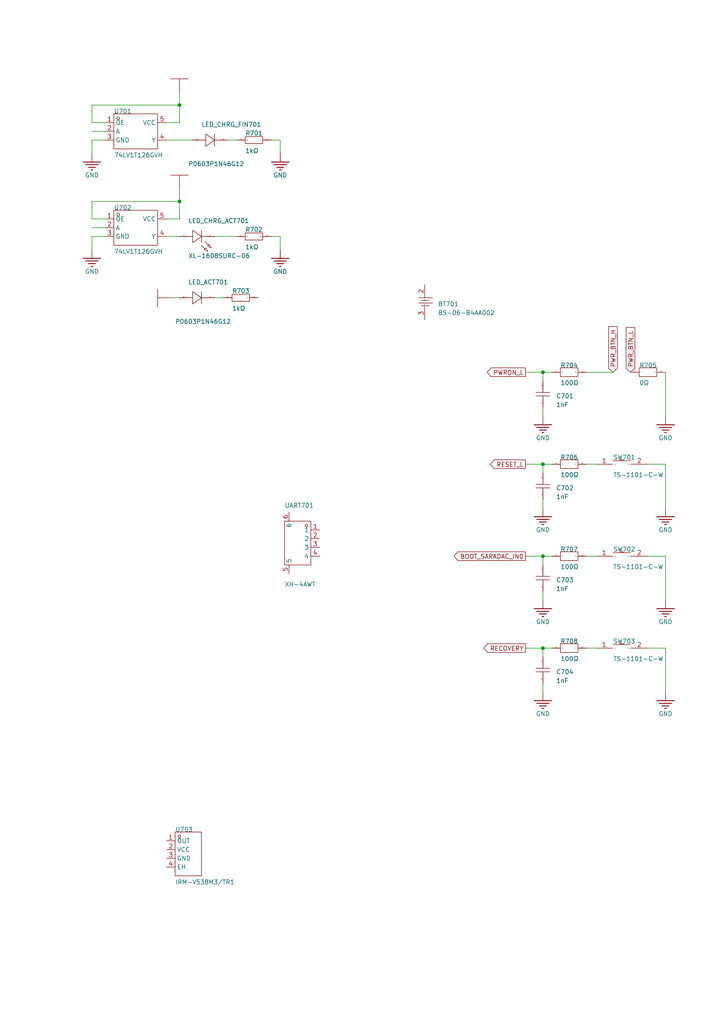
<source format=kicad_sch>
(kicad_sch (version 20250114) (generator "eeschema") (generator_version "9.0")
  (paper "A4" portrait)
  (lib_symbols
    (symbol "mainboard:0603WAF1001T5E"
      (property "Reference" "R" (at 0 0 0))
      (symbol "0603WAF1001T5E_1_0"
        (rectangle (start -2.54 -1.016) (end 2.54 1.016))
        (pin input line (at -5.08 0 0) (length 2.54) (name "1") (number "1"))
        (pin input line (at 5.08 0 180) (length 2.54) (name "2") (number "2"))
      )
    )
    (symbol "mainboard:74LV1T126GVH"
      (property "Reference" "U" (at 0 0 0))
      (symbol "74LV1T126GVH_1_0"
        (rectangle (start -6.35 -5.08) (end 6.35 5.08))
        (circle (center -5.08 3.81) (radius 0.381))
        (pin input line (at -8.89 2.54 0) (length 2.54) (name "OE") (number "1"))
        (pin input line (at -8.89 0 0) (length 2.54) (name "A") (number "2"))
        (pin input line (at -8.89 -2.54 0) (length 2.54) (name "GND") (number "3"))
        (pin input line (at 8.89 2.54 180) (length 2.54) (name "VCC") (number "5"))
        (pin input line (at 8.89 -2.54 180) (length 2.54) (name "Y") (number "4"))
      )
    )
    (symbol "mainboard:BS-06-B4AA002"
      (property "Reference" "BT" (at 0 0 0))
      (symbol "BS-06-B4AA002_1_0"
        (polyline (pts (xy -1.27 2.286) (xy -1.27 -1.778)))
        (polyline (pts (xy -0.508 1.27) (xy -0.508 -1.016)))
        (polyline (pts (xy 0.254 2.286) (xy 0.254 -1.778)))
        (polyline (pts (xy 1.016 1.27) (xy 1.016 -1.016)))
        (pin input line (at -5.08 0 0) (length 3.81) (name "2") (number "2"))
        (pin input line (at 5.08 0 180) (length 3.81) (name "3") (number "3"))
      )
    )
    (symbol "mainboard:CC0603KRX7R9BB102"
      (property "Reference" "C" (at 0 0 0))
      (symbol "CC0603KRX7R9BB102_1_0"
        (polyline (pts (xy -1.27 0) (xy -0.508 0)))
        (polyline (pts (xy -0.508 2.032) (xy -0.508 -2.032)))
        (polyline (pts (xy 0.508 2.032) (xy 0.508 -2.032)))
        (polyline (pts (xy 0.508 0) (xy 1.27 0)))
        (pin input line (at -3.81 0 0) (length 2.54) (name "1") (number "1"))
        (pin input line (at 3.81 0 180) (length 2.54) (name "2") (number "2"))
      )
    )
    (symbol "mainboard:FRC0603F0000TS"
      (property "Reference" "R" (at 0 0 0))
      (symbol "FRC0603F0000TS_1_0"
        (rectangle (start -2.54 -1.27) (end 2.54 1.27))
        (pin unspecified line (at -5.08 0 0) (length 2.54) (name "1") (number "1"))
        (pin unspecified line (at 5.08 0 180) (length 2.54) (name "2") (number "2"))
      )
    )
    (symbol "mainboard:FRC0603J101 TS"
      (property "Reference" "R" (at 0 0 0))
      (symbol "FRC0603J101 TS_1_0"
        (rectangle (start -2.54 -1.27) (end 2.54 1.27))
        (pin unspecified line (at -5.08 0 0) (length 2.54) (name "1") (number "1"))
        (pin unspecified line (at 5.08 0 180) (length 2.54) (name "2") (number "2"))
      )
    )
    (symbol "mainboard:Ground-GND" (power) (pin_numbers (hide yes)) (pin_names (hide yes))
      (property "Value" "GND" (at 0 -6.35 0))
      (symbol "Ground-GND_1_0"
        (polyline (pts (xy -2.54 -2.54) (xy 2.54 -2.54)) (stroke (width 0.254)))
        (polyline (pts (xy -1.778 -3.302) (xy 1.778 -3.302)) (stroke (width 0.254)))
        (polyline (pts (xy -1.016 -4.064) (xy 1.016 -4.064)) (stroke (width 0.254)))
        (polyline (pts (xy -0.254 -4.826) (xy 0.254 -4.826)) (stroke (width 0.254)))
        (pin power_in line (at 0 0 270) (length 2.54) (name "") (number "1"))
      )
    )
    (symbol "mainboard:IRM-V538M3/TR1"
      (property "Reference" "U" (at 0 0 0))
      (symbol "IRM-V538M3/TR1_1_0"
        (rectangle (start -3.81 -6.35) (end 3.81 6.35))
        (circle (center -2.54 5.08) (radius 0.381))
        (pin unspecified line (at -6.35 3.81 0) (length 2.54) (name "OUT") (number "1"))
        (pin unspecified line (at -6.35 1.27 0) (length 2.54) (name "VCC") (number "2"))
        (pin unspecified line (at -6.35 -1.27 0) (length 2.54) (name "GND") (number "3"))
        (pin unspecified line (at -6.35 -3.81 0) (length 2.54) (name "EH") (number "4"))
      )
    )
    (symbol "mainboard:P0603P1N46G12"
      (property "Reference" "U" (at 0 0 0))
      (symbol "P0603P1N46G12_1_0"
        (polyline (pts (xy -1.27 1.778) (xy -1.27 -1.778)))
        (polyline (pts (xy -1.27 0) (xy -2.54 0)))
        (polyline (pts (xy 1.27 1.778) (xy -1.27 0) (xy -1.27 0) (xy 1.27 -1.778) (xy 1.27 -1.778) (xy 1.27 1.778)))
        (polyline (pts (xy 2.54 0) (xy 1.27 0)))
        (pin unspecified line (at -5.08 0 0) (length 2.54) (name "K") (number "1"))
        (pin unspecified line (at 5.08 0 180) (length 2.54) (name "A") (number "2"))
      )
    )
    (symbol "mainboard:Power-5V" (power) (pin_numbers (hide yes)) (pin_names (hide yes))
      (symbol "Power-5V_1_0"
        (polyline (pts (xy -2.54 3.81) (xy 2.54 3.81)))
        (polyline (pts (xy 0 3.81) (xy 0 1.27)))
        (pin power_in line (at 0 0 90) (length 1.27) (name "+3.3V") (number "1"))
      )
    )
    (symbol "mainboard:TS-1101-C-W"
      (property "Reference" "SW" (at 0 0 0))
      (symbol "TS-1101-C-W_1_0"
        (polyline (pts (xy -2.54 1.016) (xy 2.54 1.016)))
        (polyline (pts (xy -0.508 1.016) (xy -0.508 1.27) (xy -0.508 1.27) (xy 0.508 1.27) (xy 0.508 1.27) (xy 0.508 1.016)))
        (pin unspecified line (at -7.62 0 0) (length 5.08) (name "1") (number "1"))
        (pin unspecified line (at 7.62 0 180) (length 5.08) (name "2") (number "2"))
      )
    )
    (symbol "mainboard:XH-4AWT"
      (property "Reference" "CN" (at 0 0 0))
      (symbol "XH-4AWT_1_0"
        (rectangle (start -2.54 -6.35) (end 5.08 6.35))
        (circle (center -1.27 5.08) (radius 0.381))
        (pin unspecified line (at -5.08 3.81 0) (length 2.54) (name "1") (number "1"))
        (pin unspecified line (at -5.08 1.27 0) (length 2.54) (name "2") (number "2"))
        (pin unspecified line (at -5.08 -1.27 0) (length 2.54) (name "3") (number "3"))
        (pin unspecified line (at -5.08 -3.81 0) (length 2.54) (name "4") (number "4"))
        (pin unspecified line (at 3.81 8.89 270) (length 2.54) (name "6") (number "6"))
        (pin unspecified line (at 3.81 -8.89 90) (length 2.54) (name "5") (number "5"))
      )
    )
    (symbol "mainboard:XL-1608SURC-06"
      (property "Reference" "LED" (at 0 0 0))
      (symbol "XL-1608SURC-06_1_0"
        (polyline (pts (xy -4.064 3.302) (xy -3.048 2.794) (xy -3.048 2.794) (xy -3.556 2.286) (xy -3.556 2.286) (xy -4.064 3.302)))
        (polyline (pts (xy -3.048 4.318) (xy -2.032 3.81) (xy -2.032 3.81) (xy -2.54 3.302) (xy -2.54 3.302) (xy -3.048 4.318)))
        (polyline (pts (xy -2.286 1.524) (xy -3.302 2.54)))
        (polyline (pts (xy -1.27 2.54) (xy -2.286 3.556)))
        (polyline (pts (xy -1.27 1.778) (xy -1.27 -1.778)))
        (polyline (pts (xy -1.27 0) (xy -2.54 0)))
        (polyline (pts (xy 1.27 1.778) (xy -1.27 0) (xy -1.27 0) (xy 1.27 -1.778) (xy 1.27 -1.778) (xy 1.27 1.778)))
        (polyline (pts (xy 2.54 0) (xy 1.27 0)))
        (pin unspecified line (at -5.08 0 0) (length 2.54) (name "K") (number "1"))
        (pin unspecified line (at 5.08 0 180) (length 2.54) (name "A") (number "2"))
      )
    )
  )
  (junction (at 157.48 134.62))
  (junction (at 157.48 187.96))
  (junction (at 157.48 107.95))
  (junction (at 157.48 161.29))
  (junction (at 52.07 58.42))
  (junction (at 52.07 30.48))
  (wire (pts (xy 62.23 68.58) (xy 68.58 68.58)))
  (wire (pts (xy 26.67 44.45) (xy 26.67 40.64)))
  (wire (pts (xy 193.04 173.99) (xy 193.04 161.29)))
  (wire (pts (xy 157.48 134.62) (xy 160.02 134.62)))
  (wire (pts (xy 52.07 30.48) (xy 52.07 26.67)))
  (wire (pts (xy 170.18 187.96) (xy 172.72 187.96)))
  (wire (pts (xy 26.67 35.56) (xy 26.67 30.48)))
  (wire (pts (xy 48.26 40.64) (xy 55.88 40.64)))
  (wire (pts (xy 30.48 38.1) (xy 26.67 38.1)))
  (wire (pts (xy 66.04 40.64) (xy 68.58 40.64)))
  (wire (pts (xy 52.07 58.42) (xy 52.07 54.61)))
  (wire (pts (xy 157.48 187.96) (xy 152.4 187.96)))
  (wire (pts (xy 157.48 200.66) (xy 157.48 198.12)))
  (wire (pts (xy 81.28 68.58) (xy 78.74 68.58)))
  (wire (pts (xy 49.53 86.36) (xy 52.07 86.36)))
  (wire (pts (xy 26.67 30.48) (xy 52.07 30.48)))
  (wire (pts (xy 170.18 134.62) (xy 172.72 134.62)))
  (wire (pts (xy 48.26 35.56) (xy 52.07 35.56)))
  (wire (pts (xy 157.48 161.29) (xy 157.48 163.83)))
  (wire (pts (xy 157.48 187.96) (xy 160.02 187.96)))
  (wire (pts (xy 62.23 86.36) (xy 64.77 86.36)))
  (wire (pts (xy 26.67 58.42) (xy 52.07 58.42)))
  (wire (pts (xy 193.04 147.32) (xy 193.04 134.62)))
  (wire (pts (xy 26.67 72.39) (xy 26.67 68.58)))
  (wire (pts (xy 81.28 44.45) (xy 81.28 40.64)))
  (wire (pts (xy 157.48 173.99) (xy 157.48 171.45)))
  (wire (pts (xy 52.07 35.56) (xy 52.07 30.48)))
  (wire (pts (xy 157.48 134.62) (xy 152.4 134.62)))
  (wire (pts (xy 48.26 63.5) (xy 52.07 63.5)))
  (wire (pts (xy 157.48 187.96) (xy 157.48 190.5)))
  (wire (pts (xy 157.48 147.32) (xy 157.48 144.78)))
  (wire (pts (xy 81.28 72.39) (xy 81.28 68.58)))
  (wire (pts (xy 170.18 107.95) (xy 177.8 107.95)))
  (wire (pts (xy 30.48 63.5) (xy 26.67 63.5)))
  (wire (pts (xy 193.04 161.29) (xy 187.96 161.29)))
  (wire (pts (xy 26.67 40.64) (xy 30.48 40.64)))
  (wire (pts (xy 193.04 107.95) (xy 193.04 120.65)))
  (wire (pts (xy 157.48 118.11) (xy 157.48 120.65)))
  (wire (pts (xy 48.26 68.58) (xy 52.07 68.58)))
  (wire (pts (xy 152.4 107.95) (xy 157.48 107.95)))
  (wire (pts (xy 26.67 63.5) (xy 26.67 58.42)))
  (wire (pts (xy 81.28 40.64) (xy 78.74 40.64)))
  (wire (pts (xy 52.07 63.5) (xy 52.07 58.42)))
  (wire (pts (xy 160.02 107.95) (xy 157.48 107.95)))
  (wire (pts (xy 26.67 68.58) (xy 30.48 68.58)))
  (wire (pts (xy 30.48 66.04) (xy 26.67 66.04)))
  (wire (pts (xy 157.48 110.49) (xy 157.48 107.95)))
  (wire (pts (xy 157.48 161.29) (xy 160.02 161.29)))
  (wire (pts (xy 193.04 187.96) (xy 187.96 187.96)))
  (wire (pts (xy 157.48 134.62) (xy 157.48 137.16)))
  (wire (pts (xy 170.18 161.29) (xy 172.72 161.29)))
  (wire (pts (xy 193.04 200.66) (xy 193.04 187.96)))
  (wire (pts (xy 30.48 35.56) (xy 26.67 35.56)))
  (wire (pts (xy 157.48 161.29) (xy 152.4 161.29)))
  (wire (pts (xy 193.04 134.62) (xy 187.96 134.62)))
  (global_label "PWRON_L" (shape output) (at 152.4 107.95 180) (property "Intersheetrefs" "${INTERSHEET_REFS}" (effects (hide yes))))
  (global_label "RECOVERY" (shape output) (at 152.4 187.96 180) (property "Intersheetrefs" "${INTERSHEET_REFS}" (effects (hide yes))))
  (global_label "BOOT_SARADAC_IN0" (shape output) (at 152.4 161.29 180) (property "Intersheetrefs" "${INTERSHEET_REFS}" (effects (hide yes))))
  (global_label "PWR_BTN_H" (shape input) (at 177.8 107.95 90) (property "Intersheetrefs" "${INTERSHEET_REFS}" (effects (hide yes))))
  (global_label "RESET_L" (shape output) (at 152.4 134.62 180) (property "Intersheetrefs" "${INTERSHEET_REFS}" (effects (hide yes))))
  (global_label "PWR_BTN_L" (shape input) (at 182.88 107.95 90) (property "Intersheetrefs" "${INTERSHEET_REFS}" (effects (hide yes))))
  (symbol (lib_id "mainboard:Ground-GND") (at 193.04 147.32 0) (unit 1)
    (property "Reference" "#PWR0711" (effects (hide yes)))
    (property "Value" "GND" (at 193.04 153.67 0))
    (property "Footprint" "mainboard:" (effects (hide yes)))
  )
  (symbol (lib_id "mainboard:0603WAF1001T5E") (at 69.85 86.36 0) (unit 1)
    (property "Reference" "R703" (at 67.31 85.09 0) (effects (justify left bottom)))
    (property "Value" "1kΩ" (at 67.31 90.17 0) (effects (justify left bottom)))
    (property "Footprint" "mainboard:R0603" (effects (hide yes)))
    (property "Datasheet" "https://atta.szlcsc.com/upload/public/pdf/source/20200306/C422600_1E6D84923E4A46A82E41ADD87F860B5C.pdf" (effects (hide yes)))
    (property "Description" "Type:Thick Film Resistors Resistance:1kΩ Tolerance:±1% Tolerance:±1% Power(Watts): Overload Voltage (Max): Temperature Coefficient:±100ppm/°C Temperature Coefficient:±100ppm/°C Operating Temperature Range:-55°C~+155°C Operating Temperature Range:-55°C~+155°C" (effects (hide yes)))
    (property "Manufacturer Part" "0603WAF1001T5E" (effects (hide yes)))
    (property "Manufacturer" "UNI-ROYAL(厚声)" (effects (hide yes)))
    (property "Supplier Part" "C21190" (effects (hide yes)))
    (property "Supplier" "LCSC" (effects (hide yes)))
    (property "LCSC Part Name" "1kΩ ±1% 100mW 厚膜电阻" (effects (hide yes)))
  )
  (symbol (lib_id "mainboard:Ground-GND") (at 81.28 44.45 0) (unit 1)
    (property "Reference" "#PWR0703" (effects (hide yes)))
    (property "Value" "GND" (at 81.28 50.8 0))
    (property "Footprint" "mainboard:" (effects (hide yes)))
  )
  (symbol (lib_id "mainboard:Power-5V") (at 52.07 26.67 0) (unit 1)
    (property "Reference" "#PWR0701" (effects (hide yes)))
    (property "Value" "+3.3V" (effects (hide yes)))
    (property "Footprint" "mainboard:" (effects (hide yes)))
    (property "Description" "Power-5V" (effects (hide yes)))
  )
  (symbol (lib_id "mainboard:74LV1T126GVH") (at 39.37 66.04 0) (unit 1)
    (property "Reference" "U702" (at 33.02 60.96 0) (effects (justify left bottom)))
    (property "Value" "74LV1T126GVH" (at 33.02 73.66 0) (effects (justify left bottom)))
    (property "Footprint" "mainboard:SOT-23-5_L2.9-W1.5-P0.95-LS2.8-BL" (effects (hide yes)))
    (property "Datasheet" "https://atta.szlcsc.com/upload/public/pdf/source/20200702/C547941_8CB058D502516A5F81353E9A4BAE8C4C.pdf" (effects (hide yes)))
    (property "Description" "Input type:- output type:Tri-State Supply Voltage:1.6V~5.5V Supply Voltage:1.6V~5.5V Number of Elements:1 Number of Bits per Element:1 Sink Current:8mA Source Current:8mA Logic Family:74LV Operating Temperature:-40°C~+125°C Operating Temperature:-40°C~+125°C" (effects (hide yes)))
    (property "Manufacturer Part" "74LV1T126GVH" (effects (hide yes)))
    (property "Manufacturer" "Nexperia(安世)" (effects (hide yes)))
    (property "Supplier Part" "C547940" (effects (hide yes)))
    (property "Supplier" "LCSC" (effects (hide yes)))
    (property "LCSC Part Name" "74LV1T126GVH" (effects (hide yes)))
  )
  (symbol (lib_id "mainboard:CC0603KRX7R9BB102") (at 157.48 167.64 90) (unit 1)
    (property "Reference" "C703" (at 161.29 168.91 90) (effects (justify right top)))
    (property "Value" "1nF" (at 161.29 171.45 90) (effects (justify right top)))
    (property "Footprint" "mainboard:C0603" (effects (hide yes)))
    (property "Datasheet" "https://atta.szlcsc.com/upload/public/pdf/source/20180910/C282072_33301C7F631E79921B82A8DAC6BCC5B3.pdf" (effects (hide yes)))
    (property "Description" "Capacitance: Tolerance:±10% Tolerance:±10% Voltage Rated: Temperature Coefficient:" (effects (hide yes)))
    (property "Manufacturer Part" "CC0603KRX7R9BB102" (effects (hide yes)))
    (property "Manufacturer" "YAGEO(国巨)" (effects (hide yes)))
    (property "Supplier Part" "C100040" (effects (hide yes)))
    (property "Supplier" "LCSC" (effects (hide yes)))
    (property "LCSC Part Name" "1nF ±10% 50V" (effects (hide yes)))
  )
  (symbol (lib_id "mainboard:Ground-GND") (at 157.48 120.65 0) (unit 1)
    (property "Reference" "#PWR0708" (effects (hide yes)))
    (property "Value" "GND" (at 157.48 127 0))
    (property "Footprint" "mainboard:" (effects (hide yes)))
  )
  (symbol (lib_id "mainboard:CC0603KRX7R9BB102") (at 157.48 140.97 90) (unit 1)
    (property "Reference" "C702" (at 161.29 142.24 90) (effects (justify right top)))
    (property "Value" "1nF" (at 161.29 144.78 90) (effects (justify right top)))
    (property "Footprint" "mainboard:C0603" (effects (hide yes)))
    (property "Datasheet" "https://atta.szlcsc.com/upload/public/pdf/source/20180910/C282072_33301C7F631E79921B82A8DAC6BCC5B3.pdf" (effects (hide yes)))
    (property "Description" "Capacitance: Tolerance:±10% Tolerance:±10% Voltage Rated: Temperature Coefficient:" (effects (hide yes)))
    (property "Manufacturer Part" "CC0603KRX7R9BB102" (effects (hide yes)))
    (property "Manufacturer" "YAGEO(国巨)" (effects (hide yes)))
    (property "Supplier Part" "C100040" (effects (hide yes)))
    (property "Supplier" "LCSC" (effects (hide yes)))
    (property "LCSC Part Name" "1nF ±10% 50V" (effects (hide yes)))
  )
  (symbol (lib_id "mainboard:Ground-GND") (at 193.04 200.66 0) (unit 1)
    (property "Reference" "#PWR0715" (effects (hide yes)))
    (property "Value" "GND" (at 193.04 207.01 0))
    (property "Footprint" "mainboard:" (effects (hide yes)))
  )
  (symbol (lib_id "mainboard:0603WAF1001T5E") (at 73.66 68.58 0) (unit 1)
    (property "Reference" "R702" (at 71.12 67.31 0) (effects (justify left bottom)))
    (property "Value" "1kΩ" (at 71.12 72.39 0) (effects (justify left bottom)))
    (property "Footprint" "mainboard:R0603" (effects (hide yes)))
    (property "Datasheet" "https://atta.szlcsc.com/upload/public/pdf/source/20200306/C422600_1E6D84923E4A46A82E41ADD87F860B5C.pdf" (effects (hide yes)))
    (property "Description" "Type:Thick Film Resistors Resistance:1kΩ Tolerance:±1% Tolerance:±1% Power(Watts): Overload Voltage (Max): Temperature Coefficient:±100ppm/°C Temperature Coefficient:±100ppm/°C Operating Temperature Range:-55°C~+155°C Operating Temperature Range:-55°C~+155°C" (effects (hide yes)))
    (property "Manufacturer Part" "0603WAF1001T5E" (effects (hide yes)))
    (property "Manufacturer" "UNI-ROYAL(厚声)" (effects (hide yes)))
    (property "Supplier Part" "C21190" (effects (hide yes)))
    (property "Supplier" "LCSC" (effects (hide yes)))
    (property "LCSC Part Name" "1kΩ ±1% 100mW 厚膜电阻" (effects (hide yes)))
  )
  (symbol (lib_id "mainboard:P0603P1N46G12") (at 60.96 40.64 180) (unit 1)
    (property "Reference" "LED_CHRG_FIN701" (at 58.42 36.83 0) (effects (justify right top)))
    (property "Value" "P0603P1N46G12" (at 54.61 48.26 0) (effects (justify right top)))
    (property "Footprint" "mainboard:D0603-RD" (effects (hide yes)))
    (property "Datasheet" "https://atta.szlcsc.com/upload/public/pdf/source/20220818/F5EDE7735F5C4D4CCE2220EF87B08993.pdf" (effects (hide yes)))
    (property "Description" "Emitted Color:Green" (effects (hide yes)))
    (property "Manufacturer Part" "P0603P1N46G12" (effects (hide yes)))
    (property "Manufacturer" "Silverlight(银月光)" (effects (hide yes)))
    (property "Supplier Part" "C5123548" (effects (hide yes)))
    (property "Supplier" "LCSC" (effects (hide yes)))
    (property "LCSC Part Name" "P0603P1N46G12" (effects (hide yes)))
  )
  (symbol (lib_id "mainboard:Ground-GND") (at 26.67 44.45 0) (unit 1)
    (property "Reference" "#PWR0702" (effects (hide yes)))
    (property "Value" "GND" (at 26.67 50.8 0))
    (property "Footprint" "mainboard:" (effects (hide yes)))
  )
  (symbol (lib_id "mainboard:Power-5V") (at 49.53 86.36 90) (unit 1)
    (property "Reference" "#PWR0707" (effects (hide yes)))
    (property "Value" "+3.3V" (effects (hide yes)))
    (property "Footprint" "mainboard:" (effects (hide yes)))
    (property "Description" "Power-5V" (effects (hide yes)))
  )
  (symbol (lib_id "mainboard:P0603P1N46G12") (at 57.15 86.36 180) (unit 1)
    (property "Reference" "LED_ACT701" (at 54.61 82.55 0) (effects (justify right top)))
    (property "Value" "P0603P1N46G12" (at 50.8 93.98 0) (effects (justify right top)))
    (property "Footprint" "mainboard:D0603-RD" (effects (hide yes)))
    (property "Datasheet" "https://atta.szlcsc.com/upload/public/pdf/source/20220818/F5EDE7735F5C4D4CCE2220EF87B08993.pdf" (effects (hide yes)))
    (property "Description" "Emitted Color:Green" (effects (hide yes)))
    (property "Manufacturer Part" "P0603P1N46G12" (effects (hide yes)))
    (property "Manufacturer" "Silverlight(银月光)" (effects (hide yes)))
    (property "Supplier Part" "C5123548" (effects (hide yes)))
    (property "Supplier" "LCSC" (effects (hide yes)))
    (property "LCSC Part Name" "P0603P1N46G12" (effects (hide yes)))
  )
  (symbol (lib_id "mainboard:TS-1101-C-W") (at 180.34 134.62 0) (unit 1)
    (property "Reference" "SW701" (at 177.8 133.35 0) (effects (justify left bottom)))
    (property "Value" "TS-1101-C-W" (at 177.8 138.43 0) (effects (justify left bottom)))
    (property "Footprint" "mainboard:SW-SMD_L6.0-W3.3-LS8.0" (effects (hide yes)))
    (property "Datasheet" "https://atta.szlcsc.com/upload/public/pdf/source/20200227/C318938_C2E53B1EEDE37D980A33616AC086DE53.pdf" (effects (hide yes)))
    (property "Description" "Circuit:SPST Actuator Style:Rectangle button Operating Force:260gf Mounting Style:Brick nogging Switch Length:6mm Switch Width:3.6mm Switch Height:2.5mm Strike Gundam:不带 Contact Current:50mA Voltage Rating (AC):- Voltage Rating (DC):12V Power Rating:- Ins" (effects (hide yes)))
    (property "Manufacturer Part" "TS-1101-C-W" (effects (hide yes)))
    (property "Manufacturer" "XKB Connectivity(中国星坤)" (effects (hide yes)))
    (property "Supplier Part" "C318938" (effects (hide yes)))
    (property "Supplier" "LCSC" (effects (hide yes)))
    (property "LCSC Part Name" "6*3.6*2.5mm 立贴 轻触开关" (effects (hide yes)))
  )
  (symbol (lib_id "mainboard:TS-1101-C-W") (at 180.34 187.96 0) (unit 1)
    (property "Reference" "SW703" (at 177.8 186.69 0) (effects (justify left bottom)))
    (property "Value" "TS-1101-C-W" (at 177.8 191.77 0) (effects (justify left bottom)))
    (property "Footprint" "mainboard:SW-SMD_L6.0-W3.3-LS8.0" (effects (hide yes)))
    (property "Datasheet" "https://atta.szlcsc.com/upload/public/pdf/source/20200227/C318938_C2E53B1EEDE37D980A33616AC086DE53.pdf" (effects (hide yes)))
    (property "Description" "Circuit:SPST Actuator Style:Rectangle button Operating Force:260gf Mounting Style:Brick nogging Switch Length:6mm Switch Width:3.6mm Switch Height:2.5mm Strike Gundam:不带 Contact Current:50mA Voltage Rating (AC):- Voltage Rating (DC):12V Power Rating:- Ins" (effects (hide yes)))
    (property "Manufacturer Part" "TS-1101-C-W" (effects (hide yes)))
    (property "Manufacturer" "XKB Connectivity(中国星坤)" (effects (hide yes)))
    (property "Supplier Part" "C318938" (effects (hide yes)))
    (property "Supplier" "LCSC" (effects (hide yes)))
    (property "LCSC Part Name" "6*3.6*2.5mm 立贴 轻触开关" (effects (hide yes)))
  )
  (symbol (lib_id "mainboard:FRC0603J101 TS") (at 165.1 134.62 0) (unit 1)
    (property "Reference" "R706" (at 162.56 133.35 0) (effects (justify left bottom)))
    (property "Value" "100Ω" (at 162.56 138.43 0) (effects (justify left bottom)))
    (property "Footprint" "mainboard:R0603" (effects (hide yes)))
    (property "Datasheet" "https://atta.szlcsc.com/upload/public/pdf/source/20211221/925EC7D7225764EE0046F22065062C87.pdf" (effects (hide yes)))
    (property "Description" "Type:Thick Film Resistors Resistance: Tolerance:±5% Tolerance:±5% Power(Watts): Overload Voltage (Max): Temperature Coefficient:±100ppm/°C Temperature Coefficient:±100ppm/°C Operating Temperature Range:-55°C~+155°C Operating Temperature Range:-55°C~+155°C" (effects (hide yes)))
    (property "Manufacturer Part" "FRC0603J101 TS" (effects (hide yes)))
    (property "Manufacturer" "FOJAN(富捷)" (effects (hide yes)))
    (property "Supplier Part" "C2907089" (effects (hide yes)))
    (property "Supplier" "LCSC" (effects (hide yes)))
    (property "LCSC Part Name" "100Ω ±5% 100mW 厚膜电阻" (effects (hide yes)))
  )
  (symbol (lib_id "mainboard:Ground-GND") (at 193.04 120.65 0) (unit 1)
    (property "Reference" "#PWR0709" (effects (hide yes)))
    (property "Value" "GND" (at 193.04 127 0))
    (property "Footprint" "mainboard:" (effects (hide yes)))
  )
  (symbol (lib_id "mainboard:Ground-GND") (at 81.28 72.39 0) (unit 1)
    (property "Reference" "#PWR0706" (effects (hide yes)))
    (property "Value" "GND" (at 81.28 78.74 0))
    (property "Footprint" "mainboard:" (effects (hide yes)))
  )
  (symbol (lib_id "mainboard:CC0603KRX7R9BB102") (at 157.48 114.3 90) (unit 1)
    (property "Reference" "C701" (at 161.29 115.57 90) (effects (justify right top)))
    (property "Value" "1nF" (at 161.29 118.11 90) (effects (justify right top)))
    (property "Footprint" "mainboard:C0603" (effects (hide yes)))
    (property "Datasheet" "https://atta.szlcsc.com/upload/public/pdf/source/20180910/C282072_33301C7F631E79921B82A8DAC6BCC5B3.pdf" (effects (hide yes)))
    (property "Description" "Capacitance: Tolerance:±10% Tolerance:±10% Voltage Rated: Temperature Coefficient:" (effects (hide yes)))
    (property "Manufacturer Part" "CC0603KRX7R9BB102" (effects (hide yes)))
    (property "Manufacturer" "YAGEO(国巨)" (effects (hide yes)))
    (property "Supplier Part" "C100040" (effects (hide yes)))
    (property "Supplier" "LCSC" (effects (hide yes)))
    (property "LCSC Part Name" "1nF ±10% 50V" (effects (hide yes)))
  )
  (symbol (lib_id "mainboard:Ground-GND") (at 157.48 173.99 0) (unit 1)
    (property "Reference" "#PWR0712" (effects (hide yes)))
    (property "Value" "GND" (at 157.48 180.34 0))
    (property "Footprint" "mainboard:" (effects (hide yes)))
  )
  (symbol (lib_id "mainboard:XL-1608SURC-06") (at 57.15 68.58 180) (unit 1)
    (property "Reference" "LED_CHRG_ACT701" (at 54.61 64.77 0) (effects (justify right top)))
    (property "Value" "XL-1608SURC-06" (at 54.61 74.93 0) (effects (justify right top)))
    (property "Footprint" "mainboard:LED0603-RD_RED" (effects (hide yes)))
    (property "Datasheet" "https://atta.szlcsc.com/upload/public/pdf/source/20221102/D860AFDD1CDB02C5A8064103A32707E2.pdf" (effects (hide yes)))
    (property "Description" "Emitted Color:Red Power Dissipation:55mW Forward Current:25mA Dominant Wavelength:617nm~621nm Dominant Wavelength:617nm~621nm Peak Wavelength:623nm Lens Color:无色透明透镜 Color Temperature:- Color Temperature:- Viewing Angle:120° Mounting Sytle:Positive post O" (effects (hide yes)))
    (property "Manufacturer Part" "XL-1608SURC-06" (effects (hide yes)))
    (property "Manufacturer" "XINGLIGHT(成兴光)" (effects (hide yes)))
    (property "Supplier Part" "C965799" (effects (hide yes)))
    (property "Supplier" "LCSC" (effects (hide yes)))
    (property "LCSC Part Name" "XL-1608SURC-06" (effects (hide yes)))
  )
  (symbol (lib_id "mainboard:74LV1T126GVH") (at 39.37 38.1 0) (unit 1)
    (property "Reference" "U701" (at 33.02 33.02 0) (effects (justify left bottom)))
    (property "Value" "74LV1T126GVH" (at 33.02 45.72 0) (effects (justify left bottom)))
    (property "Footprint" "mainboard:SOT-23-5_L2.9-W1.5-P0.95-LS2.8-BL" (effects (hide yes)))
    (property "Datasheet" "https://atta.szlcsc.com/upload/public/pdf/source/20200702/C547941_8CB058D502516A5F81353E9A4BAE8C4C.pdf" (effects (hide yes)))
    (property "Description" "Input type:- output type:Tri-State Supply Voltage:1.6V~5.5V Supply Voltage:1.6V~5.5V Number of Elements:1 Number of Bits per Element:1 Sink Current:8mA Source Current:8mA Logic Family:74LV Operating Temperature:-40°C~+125°C Operating Temperature:-40°C~+125°C" (effects (hide yes)))
    (property "Manufacturer Part" "74LV1T126GVH" (effects (hide yes)))
    (property "Manufacturer" "Nexperia(安世)" (effects (hide yes)))
    (property "Supplier Part" "C547940" (effects (hide yes)))
    (property "Supplier" "LCSC" (effects (hide yes)))
    (property "LCSC Part Name" "74LV1T126GVH" (effects (hide yes)))
  )
  (symbol (lib_id "mainboard:IRM-V538M3/TR1") (at 54.61 247.65 0) (unit 1)
    (property "Reference" "U703" (at 50.8 241.3 0) (effects (justify left bottom)))
    (property "Value" "IRM-V538M3/TR1" (at 50.8 256.54 0) (effects (justify left bottom)))
    (property "Footprint" "mainboard:OPTO-SMD_IRM-V538M3-TR1" (effects (hide yes)))
    (property "Datasheet" "https://atta.szlcsc.com/upload/public/pdf/source/20220830/1BE45B1ED0EF8B18D822D72C9B1CF8E4.pdf" (effects (hide yes)))
    (property "Manufacturer Part" "IRM-V538M3/TR1" (effects (hide yes)))
    (property "Manufacturer" "EVERLIGHT(亿光)" (effects (hide yes)))
    (property "Supplier Part" "C5142164" (effects (hide yes)))
    (property "Supplier" "LCSC" (effects (hide yes)))
    (property "LCSC Part Name" "IRM-V538M3/TR1" (effects (hide yes)))
  )
  (symbol (lib_id "mainboard:Power-5V") (at 52.07 54.61 0) (unit 1)
    (property "Reference" "#PWR0704" (effects (hide yes)))
    (property "Value" "+3.3V" (effects (hide yes)))
    (property "Footprint" "mainboard:" (effects (hide yes)))
    (property "Description" "Power-5V" (effects (hide yes)))
  )
  (symbol (lib_id "mainboard:Ground-GND") (at 26.67 72.39 0) (unit 1)
    (property "Reference" "#PWR0705" (effects (hide yes)))
    (property "Value" "GND" (at 26.67 78.74 0))
    (property "Footprint" "mainboard:" (effects (hide yes)))
  )
  (symbol (lib_id "mainboard:FRC0603J101 TS") (at 165.1 161.29 0) (unit 1)
    (property "Reference" "R707" (at 162.56 160.02 0) (effects (justify left bottom)))
    (property "Value" "100Ω" (at 162.56 165.1 0) (effects (justify left bottom)))
    (property "Footprint" "mainboard:R0603" (effects (hide yes)))
    (property "Datasheet" "https://atta.szlcsc.com/upload/public/pdf/source/20211221/925EC7D7225764EE0046F22065062C87.pdf" (effects (hide yes)))
    (property "Description" "Type:Thick Film Resistors Resistance: Tolerance:±5% Tolerance:±5% Power(Watts): Overload Voltage (Max): Temperature Coefficient:±100ppm/°C Temperature Coefficient:±100ppm/°C Operating Temperature Range:-55°C~+155°C Operating Temperature Range:-55°C~+155°C" (effects (hide yes)))
    (property "Manufacturer Part" "FRC0603J101 TS" (effects (hide yes)))
    (property "Manufacturer" "FOJAN(富捷)" (effects (hide yes)))
    (property "Supplier Part" "C2907089" (effects (hide yes)))
    (property "Supplier" "LCSC" (effects (hide yes)))
    (property "LCSC Part Name" "100Ω ±5% 100mW 厚膜电阻" (effects (hide yes)))
  )
  (symbol (lib_id "mainboard:0603WAF1001T5E") (at 73.66 40.64 0) (unit 1)
    (property "Reference" "R701" (at 71.12 39.37 0) (effects (justify left bottom)))
    (property "Value" "1kΩ" (at 71.12 44.45 0) (effects (justify left bottom)))
    (property "Footprint" "mainboard:R0603" (effects (hide yes)))
    (property "Datasheet" "https://atta.szlcsc.com/upload/public/pdf/source/20200306/C422600_1E6D84923E4A46A82E41ADD87F860B5C.pdf" (effects (hide yes)))
    (property "Description" "Type:Thick Film Resistors Resistance:1kΩ Tolerance:±1% Tolerance:±1% Power(Watts): Overload Voltage (Max): Temperature Coefficient:±100ppm/°C Temperature Coefficient:±100ppm/°C Operating Temperature Range:-55°C~+155°C Operating Temperature Range:-55°C~+155°C" (effects (hide yes)))
    (property "Manufacturer Part" "0603WAF1001T5E" (effects (hide yes)))
    (property "Manufacturer" "UNI-ROYAL(厚声)" (effects (hide yes)))
    (property "Supplier Part" "C21190" (effects (hide yes)))
    (property "Supplier" "LCSC" (effects (hide yes)))
    (property "LCSC Part Name" "1kΩ ±1% 100mW 厚膜电阻" (effects (hide yes)))
  )
  (symbol (lib_id "mainboard:Ground-GND") (at 193.04 173.99 0) (unit 1)
    (property "Reference" "#PWR0713" (effects (hide yes)))
    (property "Value" "GND" (at 193.04 180.34 0))
    (property "Footprint" "mainboard:" (effects (hide yes)))
  )
  (symbol (lib_id "mainboard:CC0603KRX7R9BB102") (at 157.48 194.31 90) (unit 1)
    (property "Reference" "C704" (at 161.29 195.58 90) (effects (justify right top)))
    (property "Value" "1nF" (at 161.29 198.12 90) (effects (justify right top)))
    (property "Footprint" "mainboard:C0603" (effects (hide yes)))
    (property "Datasheet" "https://atta.szlcsc.com/upload/public/pdf/source/20180910/C282072_33301C7F631E79921B82A8DAC6BCC5B3.pdf" (effects (hide yes)))
    (property "Description" "Capacitance: Tolerance:±10% Tolerance:±10% Voltage Rated: Temperature Coefficient:" (effects (hide yes)))
    (property "Manufacturer Part" "CC0603KRX7R9BB102" (effects (hide yes)))
    (property "Manufacturer" "YAGEO(国巨)" (effects (hide yes)))
    (property "Supplier Part" "C100040" (effects (hide yes)))
    (property "Supplier" "LCSC" (effects (hide yes)))
    (property "LCSC Part Name" "1nF ±10% 50V" (effects (hide yes)))
  )
  (symbol (lib_id "mainboard:FRC0603J101 TS") (at 165.1 187.96 0) (unit 1)
    (property "Reference" "R708" (at 162.56 186.69 0) (effects (justify left bottom)))
    (property "Value" "100Ω" (at 162.56 191.77 0) (effects (justify left bottom)))
    (property "Footprint" "mainboard:R0603" (effects (hide yes)))
    (property "Datasheet" "https://atta.szlcsc.com/upload/public/pdf/source/20211221/925EC7D7225764EE0046F22065062C87.pdf" (effects (hide yes)))
    (property "Description" "Type:Thick Film Resistors Resistance: Tolerance:±5% Tolerance:±5% Power(Watts): Overload Voltage (Max): Temperature Coefficient:±100ppm/°C Temperature Coefficient:±100ppm/°C Operating Temperature Range:-55°C~+155°C Operating Temperature Range:-55°C~+155°C" (effects (hide yes)))
    (property "Manufacturer Part" "FRC0603J101 TS" (effects (hide yes)))
    (property "Manufacturer" "FOJAN(富捷)" (effects (hide yes)))
    (property "Supplier Part" "C2907089" (effects (hide yes)))
    (property "Supplier" "LCSC" (effects (hide yes)))
    (property "LCSC Part Name" "100Ω ±5% 100mW 厚膜电阻" (effects (hide yes)))
  )
  (symbol (lib_id "mainboard:XH-4AWT") (at 87.63 157.48 0) (mirror y) (unit 1)
    (property "Reference" "UART701" (at 82.55 147.32 0) (effects (justify right bottom)))
    (property "Value" "XH-4AWT" (at 82.55 170.18 0) (effects (justify right bottom)))
    (property "Footprint" "mainboard:CONN-SMD_4P-P2.50-WAFER-254W-4P" (effects (hide yes)))
    (property "Datasheet" "https://atta.szlcsc.com/upload/public/pdf/source/20240716/0EB160231F10F88F17C5354E5529764F.pdf" (effects (hide yes)))
    (property "Description" "Pins Structure:1x4P Pitch:2.5mm Mounting Style:Horizontal attachment Reference Series:XH Number of Pins:4P Number of Rows:1 Number of PINs Per Row:4 Current Rating (Max):3A Contact Material:Brass Contact Plating:Tin Operating Temperature Range:-25°C~+85°C O" (effects (hide yes)))
    (property "Manufacturer Part" "XH-4AWT" (effects (hide yes)))
    (property "Manufacturer" "FG(富港)" (effects (hide yes)))
    (property "Supplier Part" "C2831798" (effects (hide yes)))
    (property "Supplier" "LCSC" (effects (hide yes)))
    (property "LCSC Part Name" "1x4P 间距:2.5mm 卧贴 系列:XH" (effects (hide yes)))
  )
  (symbol (lib_id "mainboard:BS-06-B4AA002") (at 123.19 87.63 270) (unit 1)
    (property "Reference" "BT701" (at 127 88.9 90) (effects (justify left bottom)))
    (property "Value" "BS-06-B4AA002" (at 127 91.44 90) (effects (justify left bottom)))
    (property "Footprint" "mainboard:BAT-SMD_BS-06-B4BK006-1" (effects (hide yes)))
    (property "Datasheet" "https://atta.szlcsc.com/upload/public/pdf/source/20201218/C964756_801287CA93BF8BF80FAF4AB66101D13D.pdf" (effects (hide yes)))
    (property "Description" "Connector Type:Battery base Battery Type:CR2032 Operating Temperature Range:-25°C~+85°C Operating Temperature Range:-25°C~+85°C" (effects (hide yes)))
    (property "Manufacturer Part" "BS-06-B4AA002" (effects (hide yes)))
    (property "Manufacturer" "MYOUNG(美阳)" (effects (hide yes)))
    (property "Supplier Part" "C964756" (effects (hide yes)))
    (property "Supplier" "LCSC" (effects (hide yes)))
    (property "LCSC Part Name" "电池底座 适用电池:CR2032 白色" (effects (hide yes)))
  )
  (symbol (lib_id "mainboard:FRC0603F0000TS") (at 187.96 107.95 0) (unit 1)
    (property "Reference" "R705" (at 185.42 106.68 0) (effects (justify left bottom)))
    (property "Value" "0Ω" (at 185.42 111.76 0) (effects (justify left bottom)))
    (property "Footprint" "mainboard:R0603" (effects (hide yes)))
    (property "Datasheet" "https://atta.szlcsc.com/upload/public/pdf/source/20211221/925EC7D7225764EE0046F22065062C87.pdf" (effects (hide yes)))
    (property "Description" "Type:Thick Film Resistors Resistance: Tolerance:±1% Tolerance:±1% Power(Watts): Overload Voltage (Max): Operating Temperature Range:-55°C~+155°C Operating Temperature Range:-55°C~+155°C" (effects (hide yes)))
    (property "Manufacturer Part" "FRC0603F0000TS" (effects (hide yes)))
    (property "Manufacturer" "FOJAN(富捷)" (effects (hide yes)))
    (property "Supplier Part" "C2906974" (effects (hide yes)))
    (property "Supplier" "LCSC" (effects (hide yes)))
    (property "LCSC Part Name" "0Ω ±1% 100mW 厚膜电阻" (effects (hide yes)))
  )
  (symbol (lib_id "mainboard:Ground-GND") (at 157.48 200.66 0) (unit 1)
    (property "Reference" "#PWR0714" (effects (hide yes)))
    (property "Value" "GND" (at 157.48 207.01 0))
    (property "Footprint" "mainboard:" (effects (hide yes)))
  )
  (symbol (lib_id "mainboard:FRC0603J101 TS") (at 165.1 107.95 0) (unit 1)
    (property "Reference" "R704" (at 162.56 106.68 0) (effects (justify left bottom)))
    (property "Value" "100Ω" (at 162.56 111.76 0) (effects (justify left bottom)))
    (property "Footprint" "mainboard:R0603" (effects (hide yes)))
    (property "Datasheet" "https://atta.szlcsc.com/upload/public/pdf/source/20211221/925EC7D7225764EE0046F22065062C87.pdf" (effects (hide yes)))
    (property "Description" "Type:Thick Film Resistors Resistance: Tolerance:±5% Tolerance:±5% Power(Watts): Overload Voltage (Max): Temperature Coefficient:±100ppm/°C Temperature Coefficient:±100ppm/°C Operating Temperature Range:-55°C~+155°C Operating Temperature Range:-55°C~+155°C" (effects (hide yes)))
    (property "Manufacturer Part" "FRC0603J101 TS" (effects (hide yes)))
    (property "Manufacturer" "FOJAN(富捷)" (effects (hide yes)))
    (property "Supplier Part" "C2907089" (effects (hide yes)))
    (property "Supplier" "LCSC" (effects (hide yes)))
    (property "LCSC Part Name" "100Ω ±5% 100mW 厚膜电阻" (effects (hide yes)))
  )
  (symbol (lib_id "mainboard:Ground-GND") (at 157.48 147.32 0) (unit 1)
    (property "Reference" "#PWR0710" (effects (hide yes)))
    (property "Value" "GND" (at 157.48 153.67 0))
    (property "Footprint" "mainboard:" (effects (hide yes)))
  )
  (symbol (lib_id "mainboard:TS-1101-C-W") (at 180.34 161.29 0) (unit 1)
    (property "Reference" "SW702" (at 177.8 160.02 0) (effects (justify left bottom)))
    (property "Value" "TS-1101-C-W" (at 177.8 165.1 0) (effects (justify left bottom)))
    (property "Footprint" "mainboard:SW-SMD_L6.0-W3.3-LS8.0" (effects (hide yes)))
    (property "Datasheet" "https://atta.szlcsc.com/upload/public/pdf/source/20200227/C318938_C2E53B1EEDE37D980A33616AC086DE53.pdf" (effects (hide yes)))
    (property "Description" "Circuit:SPST Actuator Style:Rectangle button Operating Force:260gf Mounting Style:Brick nogging Switch Length:6mm Switch Width:3.6mm Switch Height:2.5mm Strike Gundam:不带 Contact Current:50mA Voltage Rating (AC):- Voltage Rating (DC):12V Power Rating:- Ins" (effects (hide yes)))
    (property "Manufacturer Part" "TS-1101-C-W" (effects (hide yes)))
    (property "Manufacturer" "XKB Connectivity(中国星坤)" (effects (hide yes)))
    (property "Supplier Part" "C318938" (effects (hide yes)))
    (property "Supplier" "LCSC" (effects (hide yes)))
    (property "LCSC Part Name" "6*3.6*2.5mm 立贴 轻触开关" (effects (hide yes)))
  )
)
</source>
